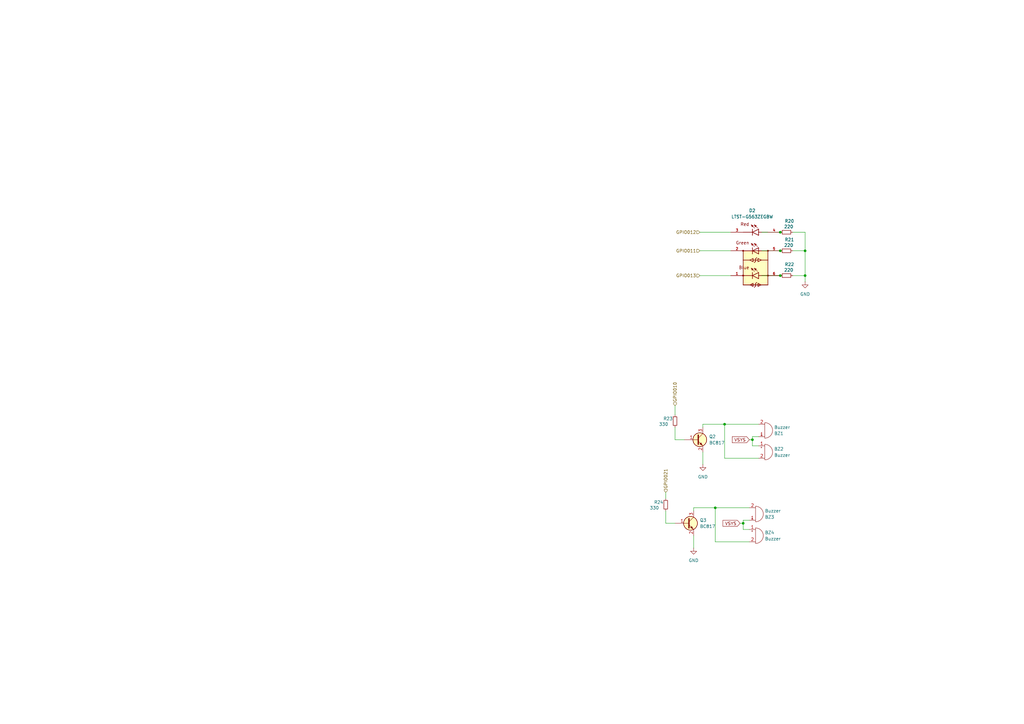
<source format=kicad_sch>
(kicad_sch
	(version 20231120)
	(generator "eeschema")
	(generator_version "8.0")
	(uuid "795c491d-1848-4c1a-836e-c55b51026d38")
	(paper "A3")
	(title_block
		(date "2025-02-01")
		(company "Alberto José Oliveira Pereira")
	)
	(lib_symbols
		(symbol "Device:Buzzer"
			(pin_names
				(offset 0.0254) hide)
			(exclude_from_sim no)
			(in_bom yes)
			(on_board yes)
			(property "Reference" "BZ"
				(at 3.81 1.27 0)
				(effects
					(font
						(size 1.27 1.27)
					)
					(justify left)
				)
			)
			(property "Value" "Buzzer"
				(at 3.81 -1.27 0)
				(effects
					(font
						(size 1.27 1.27)
					)
					(justify left)
				)
			)
			(property "Footprint" ""
				(at -0.635 2.54 90)
				(effects
					(font
						(size 1.27 1.27)
					)
					(hide yes)
				)
			)
			(property "Datasheet" "~"
				(at -0.635 2.54 90)
				(effects
					(font
						(size 1.27 1.27)
					)
					(hide yes)
				)
			)
			(property "Description" "Buzzer, polarized"
				(at 0 0 0)
				(effects
					(font
						(size 1.27 1.27)
					)
					(hide yes)
				)
			)
			(property "ki_keywords" "quartz resonator ceramic"
				(at 0 0 0)
				(effects
					(font
						(size 1.27 1.27)
					)
					(hide yes)
				)
			)
			(property "ki_fp_filters" "*Buzzer*"
				(at 0 0 0)
				(effects
					(font
						(size 1.27 1.27)
					)
					(hide yes)
				)
			)
			(symbol "Buzzer_0_1"
				(arc
					(start 0 -3.175)
					(mid 3.1612 0)
					(end 0 3.175)
					(stroke
						(width 0)
						(type default)
					)
					(fill
						(type none)
					)
				)
				(polyline
					(pts
						(xy -1.651 1.905) (xy -1.143 1.905)
					)
					(stroke
						(width 0)
						(type default)
					)
					(fill
						(type none)
					)
				)
				(polyline
					(pts
						(xy -1.397 2.159) (xy -1.397 1.651)
					)
					(stroke
						(width 0)
						(type default)
					)
					(fill
						(type none)
					)
				)
				(polyline
					(pts
						(xy 0 3.175) (xy 0 -3.175)
					)
					(stroke
						(width 0)
						(type default)
					)
					(fill
						(type none)
					)
				)
			)
			(symbol "Buzzer_1_1"
				(pin passive line
					(at -2.54 2.54 0)
					(length 2.54)
					(name "+"
						(effects
							(font
								(size 1.27 1.27)
							)
						)
					)
					(number "1"
						(effects
							(font
								(size 1.27 1.27)
							)
						)
					)
				)
				(pin passive line
					(at -2.54 -2.54 0)
					(length 2.54)
					(name "-"
						(effects
							(font
								(size 1.27 1.27)
							)
						)
					)
					(number "2"
						(effects
							(font
								(size 1.27 1.27)
							)
						)
					)
				)
			)
		)
		(symbol "Device:R_Small"
			(pin_numbers hide)
			(pin_names
				(offset 0.254) hide)
			(exclude_from_sim no)
			(in_bom yes)
			(on_board yes)
			(property "Reference" "R"
				(at 0.762 0.508 0)
				(effects
					(font
						(size 1.27 1.27)
					)
					(justify left)
				)
			)
			(property "Value" "R_Small"
				(at 0.762 -1.016 0)
				(effects
					(font
						(size 1.27 1.27)
					)
					(justify left)
				)
			)
			(property "Footprint" ""
				(at 0 0 0)
				(effects
					(font
						(size 1.27 1.27)
					)
					(hide yes)
				)
			)
			(property "Datasheet" "~"
				(at 0 0 0)
				(effects
					(font
						(size 1.27 1.27)
					)
					(hide yes)
				)
			)
			(property "Description" "Resistor, small symbol"
				(at 0 0 0)
				(effects
					(font
						(size 1.27 1.27)
					)
					(hide yes)
				)
			)
			(property "ki_keywords" "R resistor"
				(at 0 0 0)
				(effects
					(font
						(size 1.27 1.27)
					)
					(hide yes)
				)
			)
			(property "ki_fp_filters" "R_*"
				(at 0 0 0)
				(effects
					(font
						(size 1.27 1.27)
					)
					(hide yes)
				)
			)
			(symbol "R_Small_0_1"
				(rectangle
					(start -0.762 1.778)
					(end 0.762 -1.778)
					(stroke
						(width 0.2032)
						(type default)
					)
					(fill
						(type none)
					)
				)
			)
			(symbol "R_Small_1_1"
				(pin passive line
					(at 0 2.54 270)
					(length 0.762)
					(name "~"
						(effects
							(font
								(size 1.27 1.27)
							)
						)
					)
					(number "1"
						(effects
							(font
								(size 1.27 1.27)
							)
						)
					)
				)
				(pin passive line
					(at 0 -2.54 90)
					(length 0.762)
					(name "~"
						(effects
							(font
								(size 1.27 1.27)
							)
						)
					)
					(number "2"
						(effects
							(font
								(size 1.27 1.27)
							)
						)
					)
				)
			)
		)
		(symbol "LTST-G563ZEGBW:LTST-G563ZEGBW"
			(pin_names
				(offset 1.016)
			)
			(exclude_from_sim no)
			(in_bom yes)
			(on_board yes)
			(property "Reference" "D"
				(at -10.16 15.24 0)
				(effects
					(font
						(size 1.27 1.27)
					)
					(justify left bottom)
				)
			)
			(property "Value" "LTST-G563ZEGBW"
				(at -10.16 -13.97 0)
				(effects
					(font
						(size 1.27 1.27)
					)
					(justify left top)
				)
			)
			(property "Footprint" "LTST-G563ZEGBW:LED_LTST-G563ZEGBW"
				(at 0 0 0)
				(effects
					(font
						(size 1.27 1.27)
					)
					(justify bottom)
					(hide yes)
				)
			)
			(property "Datasheet" ""
				(at 0 0 0)
				(effects
					(font
						(size 1.27 1.27)
					)
					(hide yes)
				)
			)
			(property "Description" ""
				(at 0 0 0)
				(effects
					(font
						(size 1.27 1.27)
					)
					(hide yes)
				)
			)
			(property "MF" "Lite-On"
				(at 0 0 0)
				(effects
					(font
						(size 1.27 1.27)
					)
					(justify bottom)
					(hide yes)
				)
			)
			(property "MAXIMUM_PACKAGE_HEIGHT" "1.8 mm"
				(at 0 0 0)
				(effects
					(font
						(size 1.27 1.27)
					)
					(justify bottom)
					(hide yes)
				)
			)
			(property "Package" "PLCC-6 Lite-On"
				(at 0 0 0)
				(effects
					(font
						(size 1.27 1.27)
					)
					(justify bottom)
					(hide yes)
				)
			)
			(property "Price" "None"
				(at 0 0 0)
				(effects
					(font
						(size 1.27 1.27)
					)
					(justify bottom)
					(hide yes)
				)
			)
			(property "Check_prices" "https://www.snapeda.com/parts/LTST-G563ZEGBW/Lite-On/view-part/?ref=eda"
				(at 0 0 0)
				(effects
					(font
						(size 1.27 1.27)
					)
					(justify bottom)
					(hide yes)
				)
			)
			(property "STANDARD" "Manufacturer Recommendations"
				(at 0 0 0)
				(effects
					(font
						(size 1.27 1.27)
					)
					(justify bottom)
					(hide yes)
				)
			)
			(property "PARTREV" "D"
				(at 0 0 0)
				(effects
					(font
						(size 1.27 1.27)
					)
					(justify bottom)
					(hide yes)
				)
			)
			(property "SnapEDA_Link" "https://www.snapeda.com/parts/LTST-G563ZEGBW/Lite-On/view-part/?ref=snap"
				(at 0 0 0)
				(effects
					(font
						(size 1.27 1.27)
					)
					(justify bottom)
					(hide yes)
				)
			)
			(property "MP" "LTST-G563ZEGBW"
				(at 0 0 0)
				(effects
					(font
						(size 1.27 1.27)
					)
					(justify bottom)
					(hide yes)
				)
			)
			(property "Description_1" "\n                        \n                            LED; SMD; 5050, PLCC6; RGB; 5x5x1.6mm; 120°; 20mA; Lens: transparent\n                        \n"
				(at 0 0 0)
				(effects
					(font
						(size 1.27 1.27)
					)
					(justify bottom)
					(hide yes)
				)
			)
			(property "Availability" "In Stock"
				(at 0 0 0)
				(effects
					(font
						(size 1.27 1.27)
					)
					(justify bottom)
					(hide yes)
				)
			)
			(property "MANUFACTURER" "Lite-On"
				(at 0 0 0)
				(effects
					(font
						(size 1.27 1.27)
					)
					(justify bottom)
					(hide yes)
				)
			)
			(symbol "LTST-G563ZEGBW_0_0"
				(rectangle
					(start -5.08 -11.43)
					(end 5.08 2.54)
					(stroke
						(width 0.254)
						(type default)
					)
					(fill
						(type background)
					)
				)
				(circle
					(center -5.08 -7.62)
					(radius 0.254)
					(stroke
						(width 0.254)
						(type default)
					)
					(fill
						(type none)
					)
				)
				(circle
					(center -5.08 2.54)
					(radius 0.254)
					(stroke
						(width 0.254)
						(type default)
					)
					(fill
						(type none)
					)
				)
				(polyline
					(pts
						(xy -2.286 -11.43) (xy -5.08 -11.43)
					)
					(stroke
						(width 0.254)
						(type default)
					)
					(fill
						(type none)
					)
				)
				(polyline
					(pts
						(xy -2.286 -11.43) (xy -1.016 -10.795)
					)
					(stroke
						(width 0.254)
						(type default)
					)
					(fill
						(type none)
					)
				)
				(polyline
					(pts
						(xy -2.286 -1.27) (xy -5.08 -1.27)
					)
					(stroke
						(width 0.254)
						(type default)
					)
					(fill
						(type none)
					)
				)
				(polyline
					(pts
						(xy -2.286 -1.27) (xy -1.016 -0.635)
					)
					(stroke
						(width 0.254)
						(type default)
					)
					(fill
						(type none)
					)
				)
				(polyline
					(pts
						(xy -1.27 -7.62) (xy -5.08 -7.62)
					)
					(stroke
						(width 0.254)
						(type default)
					)
					(fill
						(type none)
					)
				)
				(polyline
					(pts
						(xy -1.27 -7.62) (xy -1.27 -8.89)
					)
					(stroke
						(width 0.254)
						(type default)
					)
					(fill
						(type none)
					)
				)
				(polyline
					(pts
						(xy -1.27 -6.35) (xy -1.27 -7.62)
					)
					(stroke
						(width 0.254)
						(type default)
					)
					(fill
						(type none)
					)
				)
				(polyline
					(pts
						(xy -1.27 -6.35) (xy 1.27 -7.62)
					)
					(stroke
						(width 0.254)
						(type default)
					)
					(fill
						(type none)
					)
				)
				(polyline
					(pts
						(xy -1.27 2.54) (xy -5.08 2.54)
					)
					(stroke
						(width 0.254)
						(type default)
					)
					(fill
						(type none)
					)
				)
				(polyline
					(pts
						(xy -1.27 2.54) (xy -1.27 1.27)
					)
					(stroke
						(width 0.254)
						(type default)
					)
					(fill
						(type none)
					)
				)
				(polyline
					(pts
						(xy -1.27 3.81) (xy -1.27 2.54)
					)
					(stroke
						(width 0.254)
						(type default)
					)
					(fill
						(type none)
					)
				)
				(polyline
					(pts
						(xy -1.27 3.81) (xy 1.27 2.54)
					)
					(stroke
						(width 0.254)
						(type default)
					)
					(fill
						(type none)
					)
				)
				(polyline
					(pts
						(xy -1.27 10.16) (xy -5.08 10.16)
					)
					(stroke
						(width 0.254)
						(type default)
					)
					(fill
						(type none)
					)
				)
				(polyline
					(pts
						(xy -1.27 10.16) (xy -1.27 8.89)
					)
					(stroke
						(width 0.254)
						(type default)
					)
					(fill
						(type none)
					)
				)
				(polyline
					(pts
						(xy -1.27 11.43) (xy -1.27 10.16)
					)
					(stroke
						(width 0.254)
						(type default)
					)
					(fill
						(type none)
					)
				)
				(polyline
					(pts
						(xy -1.27 11.43) (xy 1.27 10.16)
					)
					(stroke
						(width 0.254)
						(type default)
					)
					(fill
						(type none)
					)
				)
				(polyline
					(pts
						(xy -1.016 -12.065) (xy -2.286 -11.43)
					)
					(stroke
						(width 0.254)
						(type default)
					)
					(fill
						(type none)
					)
				)
				(polyline
					(pts
						(xy -1.016 -11.43) (xy -1.016 -12.065)
					)
					(stroke
						(width 0.254)
						(type default)
					)
					(fill
						(type none)
					)
				)
				(polyline
					(pts
						(xy -1.016 -11.43) (xy 1.016 -11.43)
					)
					(stroke
						(width 0.254)
						(type default)
					)
					(fill
						(type none)
					)
				)
				(polyline
					(pts
						(xy -1.016 -10.795) (xy -1.016 -11.43)
					)
					(stroke
						(width 0.254)
						(type default)
					)
					(fill
						(type none)
					)
				)
				(polyline
					(pts
						(xy -1.016 -1.905) (xy -2.286 -1.27)
					)
					(stroke
						(width 0.254)
						(type default)
					)
					(fill
						(type none)
					)
				)
				(polyline
					(pts
						(xy -1.016 -1.27) (xy -1.016 -1.905)
					)
					(stroke
						(width 0.254)
						(type default)
					)
					(fill
						(type none)
					)
				)
				(polyline
					(pts
						(xy -1.016 -1.27) (xy 1.016 -1.27)
					)
					(stroke
						(width 0.254)
						(type default)
					)
					(fill
						(type none)
					)
				)
				(polyline
					(pts
						(xy -1.016 -0.635) (xy -1.016 -1.27)
					)
					(stroke
						(width 0.254)
						(type default)
					)
					(fill
						(type none)
					)
				)
				(polyline
					(pts
						(xy -0.889 -5.969) (xy 0.508 -4.572)
					)
					(stroke
						(width 0.1524)
						(type default)
					)
					(fill
						(type none)
					)
				)
				(polyline
					(pts
						(xy -0.889 4.191) (xy 0.508 5.588)
					)
					(stroke
						(width 0.1524)
						(type default)
					)
					(fill
						(type none)
					)
				)
				(polyline
					(pts
						(xy -0.889 11.811) (xy 0.508 13.208)
					)
					(stroke
						(width 0.1524)
						(type default)
					)
					(fill
						(type none)
					)
				)
				(polyline
					(pts
						(xy -0.508 -10.414) (xy 0 -10.922)
					)
					(stroke
						(width 0.254)
						(type default)
					)
					(fill
						(type none)
					)
				)
				(polyline
					(pts
						(xy -0.508 -0.254) (xy 0 -0.762)
					)
					(stroke
						(width 0.254)
						(type default)
					)
					(fill
						(type none)
					)
				)
				(polyline
					(pts
						(xy 0 -11.938) (xy 0.508 -12.446)
					)
					(stroke
						(width 0.254)
						(type default)
					)
					(fill
						(type none)
					)
				)
				(polyline
					(pts
						(xy 0 -10.922) (xy 0 -11.938)
					)
					(stroke
						(width 0.254)
						(type default)
					)
					(fill
						(type none)
					)
				)
				(polyline
					(pts
						(xy 0 -1.778) (xy 0.508 -2.286)
					)
					(stroke
						(width 0.254)
						(type default)
					)
					(fill
						(type none)
					)
				)
				(polyline
					(pts
						(xy 0 -0.762) (xy 0 -1.778)
					)
					(stroke
						(width 0.254)
						(type default)
					)
					(fill
						(type none)
					)
				)
				(polyline
					(pts
						(xy 0.381 -5.969) (xy 1.778 -4.572)
					)
					(stroke
						(width 0.1524)
						(type default)
					)
					(fill
						(type none)
					)
				)
				(polyline
					(pts
						(xy 0.381 4.191) (xy 1.778 5.588)
					)
					(stroke
						(width 0.1524)
						(type default)
					)
					(fill
						(type none)
					)
				)
				(polyline
					(pts
						(xy 0.381 11.811) (xy 1.778 13.208)
					)
					(stroke
						(width 0.1524)
						(type default)
					)
					(fill
						(type none)
					)
				)
				(polyline
					(pts
						(xy 1.016 -12.065) (xy 2.286 -11.43)
					)
					(stroke
						(width 0.254)
						(type default)
					)
					(fill
						(type none)
					)
				)
				(polyline
					(pts
						(xy 1.016 -11.43) (xy 1.016 -12.065)
					)
					(stroke
						(width 0.254)
						(type default)
					)
					(fill
						(type none)
					)
				)
				(polyline
					(pts
						(xy 1.016 -10.795) (xy 1.016 -11.43)
					)
					(stroke
						(width 0.254)
						(type default)
					)
					(fill
						(type none)
					)
				)
				(polyline
					(pts
						(xy 1.016 -1.905) (xy 2.286 -1.27)
					)
					(stroke
						(width 0.254)
						(type default)
					)
					(fill
						(type none)
					)
				)
				(polyline
					(pts
						(xy 1.016 -1.27) (xy 1.016 -1.905)
					)
					(stroke
						(width 0.254)
						(type default)
					)
					(fill
						(type none)
					)
				)
				(polyline
					(pts
						(xy 1.016 -0.635) (xy 1.016 -1.27)
					)
					(stroke
						(width 0.254)
						(type default)
					)
					(fill
						(type none)
					)
				)
				(polyline
					(pts
						(xy 1.27 -7.62) (xy -1.27 -8.89)
					)
					(stroke
						(width 0.254)
						(type default)
					)
					(fill
						(type none)
					)
				)
				(polyline
					(pts
						(xy 1.27 -7.62) (xy 1.27 -8.89)
					)
					(stroke
						(width 0.254)
						(type default)
					)
					(fill
						(type none)
					)
				)
				(polyline
					(pts
						(xy 1.27 -6.35) (xy 1.27 -7.62)
					)
					(stroke
						(width 0.254)
						(type default)
					)
					(fill
						(type none)
					)
				)
				(polyline
					(pts
						(xy 1.27 2.54) (xy -1.27 1.27)
					)
					(stroke
						(width 0.254)
						(type default)
					)
					(fill
						(type none)
					)
				)
				(polyline
					(pts
						(xy 1.27 2.54) (xy 1.27 1.27)
					)
					(stroke
						(width 0.254)
						(type default)
					)
					(fill
						(type none)
					)
				)
				(polyline
					(pts
						(xy 1.27 3.81) (xy 1.27 2.54)
					)
					(stroke
						(width 0.254)
						(type default)
					)
					(fill
						(type none)
					)
				)
				(polyline
					(pts
						(xy 1.27 10.16) (xy -1.27 8.89)
					)
					(stroke
						(width 0.254)
						(type default)
					)
					(fill
						(type none)
					)
				)
				(polyline
					(pts
						(xy 1.27 10.16) (xy 1.27 8.89)
					)
					(stroke
						(width 0.254)
						(type default)
					)
					(fill
						(type none)
					)
				)
				(polyline
					(pts
						(xy 1.27 11.43) (xy 1.27 10.16)
					)
					(stroke
						(width 0.254)
						(type default)
					)
					(fill
						(type none)
					)
				)
				(polyline
					(pts
						(xy 2.286 -11.43) (xy 1.016 -10.795)
					)
					(stroke
						(width 0.254)
						(type default)
					)
					(fill
						(type none)
					)
				)
				(polyline
					(pts
						(xy 2.286 -11.43) (xy 5.08 -11.43)
					)
					(stroke
						(width 0.254)
						(type default)
					)
					(fill
						(type none)
					)
				)
				(polyline
					(pts
						(xy 2.286 -1.27) (xy 1.016 -0.635)
					)
					(stroke
						(width 0.254)
						(type default)
					)
					(fill
						(type none)
					)
				)
				(polyline
					(pts
						(xy 2.286 -1.27) (xy 5.08 -1.27)
					)
					(stroke
						(width 0.254)
						(type default)
					)
					(fill
						(type none)
					)
				)
				(polyline
					(pts
						(xy 5.08 -7.62) (xy 1.27 -7.62)
					)
					(stroke
						(width 0.254)
						(type default)
					)
					(fill
						(type none)
					)
				)
				(polyline
					(pts
						(xy 5.08 2.54) (xy 1.27 2.54)
					)
					(stroke
						(width 0.254)
						(type default)
					)
					(fill
						(type none)
					)
				)
				(polyline
					(pts
						(xy 5.08 10.16) (xy 1.27 10.16)
					)
					(stroke
						(width 0.254)
						(type default)
					)
					(fill
						(type none)
					)
				)
				(polyline
					(pts
						(xy 0.508 -4.572) (xy 0.127 -5.461) (xy -0.381 -4.953) (xy 0.508 -4.572)
					)
					(stroke
						(width 0.1524)
						(type default)
					)
					(fill
						(type outline)
					)
				)
				(polyline
					(pts
						(xy 0.508 5.588) (xy 0.127 4.699) (xy -0.381 5.207) (xy 0.508 5.588)
					)
					(stroke
						(width 0.1524)
						(type default)
					)
					(fill
						(type outline)
					)
				)
				(polyline
					(pts
						(xy 0.508 13.208) (xy 0.127 12.319) (xy -0.381 12.827) (xy 0.508 13.208)
					)
					(stroke
						(width 0.1524)
						(type default)
					)
					(fill
						(type outline)
					)
				)
				(polyline
					(pts
						(xy 1.778 -4.572) (xy 1.397 -5.461) (xy 0.889 -4.953) (xy 1.778 -4.572)
					)
					(stroke
						(width 0.1524)
						(type default)
					)
					(fill
						(type outline)
					)
				)
				(polyline
					(pts
						(xy 1.778 5.588) (xy 1.397 4.699) (xy 0.889 5.207) (xy 1.778 5.588)
					)
					(stroke
						(width 0.1524)
						(type default)
					)
					(fill
						(type outline)
					)
				)
				(polyline
					(pts
						(xy 1.778 13.208) (xy 1.397 12.319) (xy 0.889 12.827) (xy 1.778 13.208)
					)
					(stroke
						(width 0.1524)
						(type default)
					)
					(fill
						(type outline)
					)
				)
				(circle
					(center 5.08 -7.62)
					(radius 0.254)
					(stroke
						(width 0.254)
						(type default)
					)
					(fill
						(type none)
					)
				)
				(circle
					(center 5.08 2.54)
					(radius 0.254)
					(stroke
						(width 0.254)
						(type default)
					)
					(fill
						(type none)
					)
				)
				(text "Blue"
					(at 2.54 -5.08 0)
					(effects
						(font
							(size 1.27 1.27)
						)
						(justify left bottom)
					)
				)
				(text "Green"
					(at 2.54 5.08 0)
					(effects
						(font
							(size 1.27 1.27)
						)
						(justify left bottom)
					)
				)
				(text "Red"
					(at 2.54 12.7 0)
					(effects
						(font
							(size 1.27 1.27)
						)
						(justify left bottom)
					)
				)
				(pin passive line
					(at 10.16 -7.62 180)
					(length 5.08)
					(name "~"
						(effects
							(font
								(size 1.016 1.016)
							)
						)
					)
					(number "1"
						(effects
							(font
								(size 1.016 1.016)
							)
						)
					)
				)
				(pin passive line
					(at 10.16 2.54 180)
					(length 5.08)
					(name "~"
						(effects
							(font
								(size 1.016 1.016)
							)
						)
					)
					(number "2"
						(effects
							(font
								(size 1.016 1.016)
							)
						)
					)
				)
				(pin passive line
					(at 10.16 10.16 180)
					(length 5.08)
					(name "~"
						(effects
							(font
								(size 1.016 1.016)
							)
						)
					)
					(number "3"
						(effects
							(font
								(size 1.016 1.016)
							)
						)
					)
				)
				(pin passive line
					(at -10.16 10.16 0)
					(length 5.08)
					(name "~"
						(effects
							(font
								(size 1.016 1.016)
							)
						)
					)
					(number "4"
						(effects
							(font
								(size 1.016 1.016)
							)
						)
					)
				)
				(pin passive line
					(at -10.16 2.54 0)
					(length 5.08)
					(name "~"
						(effects
							(font
								(size 1.016 1.016)
							)
						)
					)
					(number "5"
						(effects
							(font
								(size 1.016 1.016)
							)
						)
					)
				)
				(pin passive line
					(at -10.16 -7.62 0)
					(length 5.08)
					(name "~"
						(effects
							(font
								(size 1.016 1.016)
							)
						)
					)
					(number "6"
						(effects
							(font
								(size 1.016 1.016)
							)
						)
					)
				)
			)
		)
		(symbol "PCM_Transistor_BJT_AKL:BC817"
			(pin_names hide)
			(exclude_from_sim no)
			(in_bom yes)
			(on_board yes)
			(property "Reference" "Q"
				(at 5.08 1.27 0)
				(effects
					(font
						(size 1.27 1.27)
					)
					(justify left)
				)
			)
			(property "Value" "BC817"
				(at 5.08 -1.27 0)
				(effects
					(font
						(size 1.27 1.27)
					)
					(justify left)
				)
			)
			(property "Footprint" "PCM_Package_TO_SOT_SMD_AKL:SOT-23"
				(at 5.08 2.54 0)
				(effects
					(font
						(size 1.27 1.27)
					)
					(hide yes)
				)
			)
			(property "Datasheet" "https://www.tme.eu/Document/7b5ea7386544f524d0315334956093bb/BC817-16.215.pdf"
				(at 0 0 0)
				(effects
					(font
						(size 1.27 1.27)
					)
					(hide yes)
				)
			)
			(property "Description" "NPN SOT-23 transistor, 45V, 500mA, 250mW, Complementary to BC807, Alternate KiCAD Library"
				(at 0 0 0)
				(effects
					(font
						(size 1.27 1.27)
					)
					(hide yes)
				)
			)
			(property "ki_keywords" "transistor NPN BC817"
				(at 0 0 0)
				(effects
					(font
						(size 1.27 1.27)
					)
					(hide yes)
				)
			)
			(symbol "BC817_0_1"
				(polyline
					(pts
						(xy 0.635 0.635) (xy 2.54 2.54)
					)
					(stroke
						(width 0)
						(type default)
					)
					(fill
						(type none)
					)
				)
				(polyline
					(pts
						(xy 0.635 -0.635) (xy 2.54 -2.54) (xy 2.54 -2.54)
					)
					(stroke
						(width 0)
						(type default)
					)
					(fill
						(type none)
					)
				)
				(polyline
					(pts
						(xy 0.635 1.905) (xy 0.635 -1.905) (xy 0.635 -1.905)
					)
					(stroke
						(width 0.508)
						(type default)
					)
					(fill
						(type none)
					)
				)
				(polyline
					(pts
						(xy 1.27 -1.778) (xy 1.778 -1.27) (xy 2.286 -2.286) (xy 1.27 -1.778) (xy 1.27 -1.778)
					)
					(stroke
						(width 0)
						(type default)
					)
					(fill
						(type outline)
					)
				)
				(circle
					(center 1.27 0)
					(radius 2.8194)
					(stroke
						(width 0.254)
						(type default)
					)
					(fill
						(type background)
					)
				)
			)
			(symbol "BC817_1_1"
				(pin input line
					(at -5.08 0 0)
					(length 5.715)
					(name "B"
						(effects
							(font
								(size 1.27 1.27)
							)
						)
					)
					(number "1"
						(effects
							(font
								(size 1.27 1.27)
							)
						)
					)
				)
				(pin passive line
					(at 2.54 -5.08 90)
					(length 2.54)
					(name "E"
						(effects
							(font
								(size 1.27 1.27)
							)
						)
					)
					(number "2"
						(effects
							(font
								(size 1.27 1.27)
							)
						)
					)
				)
				(pin passive line
					(at 2.54 5.08 270)
					(length 2.54)
					(name "C"
						(effects
							(font
								(size 1.27 1.27)
							)
						)
					)
					(number "3"
						(effects
							(font
								(size 1.27 1.27)
							)
						)
					)
				)
			)
		)
		(symbol "power:GND"
			(power)
			(pin_numbers hide)
			(pin_names
				(offset 0) hide)
			(exclude_from_sim no)
			(in_bom yes)
			(on_board yes)
			(property "Reference" "#PWR"
				(at 0 -6.35 0)
				(effects
					(font
						(size 1.27 1.27)
					)
					(hide yes)
				)
			)
			(property "Value" "GND"
				(at 0 -3.81 0)
				(effects
					(font
						(size 1.27 1.27)
					)
				)
			)
			(property "Footprint" ""
				(at 0 0 0)
				(effects
					(font
						(size 1.27 1.27)
					)
					(hide yes)
				)
			)
			(property "Datasheet" ""
				(at 0 0 0)
				(effects
					(font
						(size 1.27 1.27)
					)
					(hide yes)
				)
			)
			(property "Description" "Power symbol creates a global label with name \"GND\" , ground"
				(at 0 0 0)
				(effects
					(font
						(size 1.27 1.27)
					)
					(hide yes)
				)
			)
			(property "ki_keywords" "global power"
				(at 0 0 0)
				(effects
					(font
						(size 1.27 1.27)
					)
					(hide yes)
				)
			)
			(symbol "GND_0_1"
				(polyline
					(pts
						(xy 0 0) (xy 0 -1.27) (xy 1.27 -1.27) (xy 0 -2.54) (xy -1.27 -1.27) (xy 0 -1.27)
					)
					(stroke
						(width 0)
						(type default)
					)
					(fill
						(type none)
					)
				)
			)
			(symbol "GND_1_1"
				(pin power_in line
					(at 0 0 270)
					(length 0)
					(name "~"
						(effects
							(font
								(size 1.27 1.27)
							)
						)
					)
					(number "1"
						(effects
							(font
								(size 1.27 1.27)
							)
						)
					)
				)
			)
		)
	)
	(junction
		(at 320.04 113.03)
		(diameter 0)
		(color 0 0 0 0)
		(uuid "21e87f52-371c-4f71-a066-08de4145cb2d")
	)
	(junction
		(at 308.61 180.34)
		(diameter 0)
		(color 0 0 0 0)
		(uuid "2f9f8b63-17b6-4792-8f16-095de2239cc7")
	)
	(junction
		(at 320.04 102.87)
		(diameter 0)
		(color 0 0 0 0)
		(uuid "34628fa1-9685-4492-a4fb-552cd0120735")
	)
	(junction
		(at 320.04 95.25)
		(diameter 0)
		(color 0 0 0 0)
		(uuid "55cef7b0-9901-4bea-a8e5-04cbd3e3273b")
	)
	(junction
		(at 297.18 173.99)
		(diameter 0)
		(color 0 0 0 0)
		(uuid "5f9e0536-510a-4b91-8854-5b701f7ba01d")
	)
	(junction
		(at 330.2 113.03)
		(diameter 0)
		(color 0 0 0 0)
		(uuid "6ec32bd0-79fe-484c-9e30-526d4e2c895e")
	)
	(junction
		(at 304.8 214.63)
		(diameter 0)
		(color 0 0 0 0)
		(uuid "9731ffa9-4bcf-43cb-9e80-5facf06eb007")
	)
	(junction
		(at 330.2 102.87)
		(diameter 0)
		(color 0 0 0 0)
		(uuid "a95e9f53-99e3-48da-9fe3-2c1cf54e7c8e")
	)
	(junction
		(at 293.37 208.28)
		(diameter 0)
		(color 0 0 0 0)
		(uuid "e8a83d4c-9110-4429-88e7-d9131eaac6ef")
	)
	(wire
		(pts
			(xy 308.61 182.88) (xy 311.15 182.88)
		)
		(stroke
			(width 0)
			(type default)
		)
		(uuid "0195c10a-bb9d-4d67-81fb-82aaf9786bb7")
	)
	(wire
		(pts
			(xy 304.8 217.17) (xy 307.34 217.17)
		)
		(stroke
			(width 0)
			(type default)
		)
		(uuid "0a1092ab-91fd-4dcb-ba76-e6254c26be45")
	)
	(wire
		(pts
			(xy 284.48 208.28) (xy 293.37 208.28)
		)
		(stroke
			(width 0)
			(type default)
		)
		(uuid "0a20e6a7-47d1-4262-a15a-169ecd600dea")
	)
	(wire
		(pts
			(xy 308.61 179.07) (xy 308.61 180.34)
		)
		(stroke
			(width 0)
			(type default)
		)
		(uuid "1ab22dea-6591-4aa7-bfcf-de0c750ef8d8")
	)
	(wire
		(pts
			(xy 284.48 209.55) (xy 284.48 208.28)
		)
		(stroke
			(width 0)
			(type default)
		)
		(uuid "1c59c9e2-49d6-4bda-8155-3b6d10e8752d")
	)
	(wire
		(pts
			(xy 320.04 102.87) (xy 312.42 102.87)
		)
		(stroke
			(width 0)
			(type default)
		)
		(uuid "20e22f1d-ba4d-440d-8a36-7a87ba967a59")
	)
	(wire
		(pts
			(xy 320.04 113.03) (xy 312.42 113.03)
		)
		(stroke
			(width 0)
			(type default)
		)
		(uuid "21387253-5f45-45a8-bfaf-cddaed4f41fe")
	)
	(wire
		(pts
			(xy 330.2 95.25) (xy 330.2 102.87)
		)
		(stroke
			(width 0)
			(type default)
		)
		(uuid "2305f319-aa34-486d-ae09-e8d17713e0ab")
	)
	(wire
		(pts
			(xy 320.04 95.25) (xy 312.42 95.25)
		)
		(stroke
			(width 0)
			(type default)
		)
		(uuid "26504d76-69db-44e8-b180-d74085d01766")
	)
	(wire
		(pts
			(xy 304.8 213.36) (xy 307.34 213.36)
		)
		(stroke
			(width 0)
			(type default)
		)
		(uuid "2b7da3be-d1c4-4f77-ad3a-3e74639665ef")
	)
	(wire
		(pts
			(xy 297.18 173.99) (xy 297.18 187.96)
		)
		(stroke
			(width 0)
			(type default)
		)
		(uuid "3a8fc622-5b5a-4bd6-bce3-6fcbe9cf459e")
	)
	(wire
		(pts
			(xy 304.8 214.63) (xy 304.8 217.17)
		)
		(stroke
			(width 0)
			(type default)
		)
		(uuid "3c149797-36eb-4843-88e1-1c28df49559c")
	)
	(wire
		(pts
			(xy 284.48 219.71) (xy 284.48 224.79)
		)
		(stroke
			(width 0)
			(type default)
		)
		(uuid "47a0cf6e-ab91-4fd9-83e6-7ebd33a5f970")
	)
	(wire
		(pts
			(xy 330.2 113.03) (xy 325.12 113.03)
		)
		(stroke
			(width 0)
			(type default)
		)
		(uuid "495f4715-aa1e-4139-b8a8-f55d5fa864ee")
	)
	(wire
		(pts
			(xy 273.05 201.93) (xy 273.05 204.47)
		)
		(stroke
			(width 0)
			(type default)
		)
		(uuid "49f7abd8-9c18-44bd-805d-4809645774e1")
	)
	(wire
		(pts
			(xy 299.72 95.25) (xy 287.02 95.25)
		)
		(stroke
			(width 0)
			(type default)
		)
		(uuid "4e4ea4ff-fb2e-46eb-b057-94f218262aea")
	)
	(wire
		(pts
			(xy 293.37 208.28) (xy 293.37 222.25)
		)
		(stroke
			(width 0)
			(type default)
		)
		(uuid "4f5cbdc2-c3a7-4475-be54-d0b7b554eea1")
	)
	(wire
		(pts
			(xy 304.8 213.36) (xy 304.8 214.63)
		)
		(stroke
			(width 0)
			(type default)
		)
		(uuid "61ad11ae-5089-4f80-81da-449b81163723")
	)
	(wire
		(pts
			(xy 276.86 180.34) (xy 280.67 180.34)
		)
		(stroke
			(width 0)
			(type default)
		)
		(uuid "706648ad-bd6f-4887-82a2-bda120dad8a4")
	)
	(wire
		(pts
			(xy 288.29 173.99) (xy 297.18 173.99)
		)
		(stroke
			(width 0)
			(type default)
		)
		(uuid "74b8bd2c-3135-470d-a6d0-cb175344da69")
	)
	(wire
		(pts
			(xy 288.29 185.42) (xy 288.29 190.5)
		)
		(stroke
			(width 0)
			(type default)
		)
		(uuid "8f2e5b4e-d53a-4f79-99d8-8d4a5b627b97")
	)
	(wire
		(pts
			(xy 330.2 113.03) (xy 330.2 115.57)
		)
		(stroke
			(width 0)
			(type default)
		)
		(uuid "9d1fcfaa-823f-413c-858a-c8d988de5775")
	)
	(wire
		(pts
			(xy 308.61 180.34) (xy 308.61 182.88)
		)
		(stroke
			(width 0)
			(type default)
		)
		(uuid "a309b6cf-8ebb-41e3-98f2-981939f72cec")
	)
	(wire
		(pts
			(xy 273.05 209.55) (xy 273.05 214.63)
		)
		(stroke
			(width 0)
			(type default)
		)
		(uuid "a70f8697-8f01-4480-aea1-af08bb2de419")
	)
	(wire
		(pts
			(xy 330.2 102.87) (xy 325.12 102.87)
		)
		(stroke
			(width 0)
			(type default)
		)
		(uuid "aa086a96-c6b6-47fe-afd6-2bea428a6000")
	)
	(wire
		(pts
			(xy 288.29 175.26) (xy 288.29 173.99)
		)
		(stroke
			(width 0)
			(type default)
		)
		(uuid "b1ec477d-d189-4037-be62-45043fb5c104")
	)
	(wire
		(pts
			(xy 276.86 175.26) (xy 276.86 180.34)
		)
		(stroke
			(width 0)
			(type default)
		)
		(uuid "b2fdd15b-d33f-406b-b54b-f3d3e4365233")
	)
	(wire
		(pts
			(xy 307.34 180.34) (xy 308.61 180.34)
		)
		(stroke
			(width 0)
			(type default)
		)
		(uuid "b629d532-6fd6-4cd2-a0b0-c83fda42adb5")
	)
	(wire
		(pts
			(xy 330.2 102.87) (xy 330.2 113.03)
		)
		(stroke
			(width 0)
			(type default)
		)
		(uuid "b9336bb1-b759-4aa4-9206-bd3efede926e")
	)
	(wire
		(pts
			(xy 293.37 222.25) (xy 307.34 222.25)
		)
		(stroke
			(width 0)
			(type default)
		)
		(uuid "cc58aea8-bfda-40e6-b7c2-4e4c526106b9")
	)
	(wire
		(pts
			(xy 325.12 95.25) (xy 330.2 95.25)
		)
		(stroke
			(width 0)
			(type default)
		)
		(uuid "d0d21119-5987-41c2-a552-6c13cbdd7ebf")
	)
	(wire
		(pts
			(xy 276.86 166.37) (xy 276.86 170.18)
		)
		(stroke
			(width 0)
			(type default)
		)
		(uuid "d3b4d3bc-35da-4c41-a658-17f1e0da1dd7")
	)
	(wire
		(pts
			(xy 297.18 187.96) (xy 311.15 187.96)
		)
		(stroke
			(width 0)
			(type default)
		)
		(uuid "d435b217-52c7-4b25-826f-08c04fc3d6a7")
	)
	(wire
		(pts
			(xy 308.61 179.07) (xy 311.15 179.07)
		)
		(stroke
			(width 0)
			(type default)
		)
		(uuid "e20e883a-43e0-4a23-93a1-ae20c4d4259a")
	)
	(wire
		(pts
			(xy 273.05 214.63) (xy 276.86 214.63)
		)
		(stroke
			(width 0)
			(type default)
		)
		(uuid "e55a6ddb-9a0b-4f3d-87f9-c6f54ebba518")
	)
	(wire
		(pts
			(xy 293.37 208.28) (xy 307.34 208.28)
		)
		(stroke
			(width 0)
			(type default)
		)
		(uuid "e9c0de53-f7cf-4dad-83e4-bcb393d94523")
	)
	(wire
		(pts
			(xy 287.02 113.03) (xy 299.72 113.03)
		)
		(stroke
			(width 0)
			(type default)
		)
		(uuid "f37add85-de65-4a0e-b6fc-c61b61ddb458")
	)
	(wire
		(pts
			(xy 303.53 214.63) (xy 304.8 214.63)
		)
		(stroke
			(width 0)
			(type default)
		)
		(uuid "f596cbac-e211-42e0-9895-04587b23c180")
	)
	(wire
		(pts
			(xy 297.18 173.99) (xy 311.15 173.99)
		)
		(stroke
			(width 0)
			(type default)
		)
		(uuid "f62b75e2-6c57-49e1-9b55-63bd60779664")
	)
	(wire
		(pts
			(xy 287.02 102.87) (xy 299.72 102.87)
		)
		(stroke
			(width 0)
			(type default)
		)
		(uuid "fd2c72be-e36e-439e-9264-51b1bcef1e16")
	)
	(global_label "VSYS"
		(shape input)
		(at 307.34 180.34 180)
		(fields_autoplaced yes)
		(effects
			(font
				(size 1.27 1.27)
			)
			(justify right)
		)
		(uuid "277cfd71-5a65-4e46-aac9-8693416b1e93")
		(property "Intersheetrefs" "${INTERSHEET_REFS}"
			(at 299.7586 180.34 0)
			(effects
				(font
					(size 1.27 1.27)
				)
				(justify right)
				(hide yes)
			)
		)
	)
	(global_label "VSYS"
		(shape input)
		(at 303.53 214.63 180)
		(fields_autoplaced yes)
		(effects
			(font
				(size 1.27 1.27)
			)
			(justify right)
		)
		(uuid "f5d4e741-93c5-4495-87ff-2d733daf3ad4")
		(property "Intersheetrefs" "${INTERSHEET_REFS}"
			(at 295.9486 214.63 0)
			(effects
				(font
					(size 1.27 1.27)
				)
				(justify right)
				(hide yes)
			)
		)
	)
	(hierarchical_label "GPIO012"
		(shape input)
		(at 287.02 95.25 180)
		(effects
			(font
				(size 1.27 1.27)
			)
			(justify right)
		)
		(uuid "16d46c33-1696-4850-9047-a140d2689e8b")
	)
	(hierarchical_label "GPIO011"
		(shape input)
		(at 287.02 102.87 180)
		(effects
			(font
				(size 1.27 1.27)
			)
			(justify right)
		)
		(uuid "64107d60-5236-4266-9808-d2e786035474")
	)
	(hierarchical_label "GPIO013"
		(shape input)
		(at 287.02 113.03 180)
		(effects
			(font
				(size 1.27 1.27)
			)
			(justify right)
		)
		(uuid "8670203c-2737-4f20-84a8-223b33363870")
	)
	(hierarchical_label "GPIO021"
		(shape input)
		(at 273.05 201.93 90)
		(effects
			(font
				(size 1.27 1.27)
			)
			(justify left)
		)
		(uuid "a468d51e-6214-4cf5-9638-851e6f731264")
	)
	(hierarchical_label "GPIO010"
		(shape input)
		(at 276.86 166.37 90)
		(effects
			(font
				(size 1.27 1.27)
			)
			(justify left)
		)
		(uuid "e32af731-4381-43ac-bd0b-2849b0ae9309")
	)
	(symbol
		(lib_id "Device:Buzzer")
		(at 309.88 210.82 0)
		(mirror x)
		(unit 1)
		(exclude_from_sim no)
		(in_bom yes)
		(on_board yes)
		(dnp no)
		(uuid "255cdda4-b13e-454b-9aad-2391bc2f27bb")
		(property "Reference" "BZ3"
			(at 313.69 212.0901 0)
			(effects
				(font
					(size 1.27 1.27)
				)
				(justify left)
			)
		)
		(property "Value" "Buzzer"
			(at 313.69 209.5501 0)
			(effects
				(font
					(size 1.27 1.27)
				)
				(justify left)
			)
		)
		(property "Footprint" ""
			(at 309.245 213.36 90)
			(effects
				(font
					(size 1.27 1.27)
				)
				(hide yes)
			)
		)
		(property "Datasheet" "~"
			(at 309.245 213.36 90)
			(effects
				(font
					(size 1.27 1.27)
				)
				(hide yes)
			)
		)
		(property "Description" "Buzzer, polarized"
			(at 309.88 210.82 0)
			(effects
				(font
					(size 1.27 1.27)
				)
				(hide yes)
			)
		)
		(pin "1"
			(uuid "65fad90b-6d66-42ff-ab91-2f5634623d1d")
		)
		(pin "2"
			(uuid "d4f3f832-5613-415b-909e-749cc7e97310")
		)
		(instances
			(project "Dosimetro"
				(path "/5901c4ba-ed26-45ec-91e8-ca871c890e75/0af9fe8e-a251-46dc-9c88-582d4e5f6406"
					(reference "BZ3")
					(unit 1)
				)
			)
		)
	)
	(symbol
		(lib_id "power:GND")
		(at 330.2 115.57 0)
		(mirror y)
		(unit 1)
		(exclude_from_sim no)
		(in_bom yes)
		(on_board yes)
		(dnp no)
		(fields_autoplaced yes)
		(uuid "267b84b8-df37-4776-b9dd-3fde0b20a54b")
		(property "Reference" "#PWR042"
			(at 330.2 121.92 0)
			(effects
				(font
					(size 1.27 1.27)
				)
				(hide yes)
			)
		)
		(property "Value" "GND"
			(at 330.2 120.65 0)
			(effects
				(font
					(size 1.27 1.27)
				)
			)
		)
		(property "Footprint" ""
			(at 330.2 115.57 0)
			(effects
				(font
					(size 1.27 1.27)
				)
				(hide yes)
			)
		)
		(property "Datasheet" ""
			(at 330.2 115.57 0)
			(effects
				(font
					(size 1.27 1.27)
				)
				(hide yes)
			)
		)
		(property "Description" "Power symbol creates a global label with name \"GND\" , ground"
			(at 330.2 115.57 0)
			(effects
				(font
					(size 1.27 1.27)
				)
				(hide yes)
			)
		)
		(pin "1"
			(uuid "bf861531-cbdb-4217-82f8-eeb8c7c64484")
		)
		(instances
			(project "Dosimetro"
				(path "/5901c4ba-ed26-45ec-91e8-ca871c890e75/0af9fe8e-a251-46dc-9c88-582d4e5f6406"
					(reference "#PWR042")
					(unit 1)
				)
			)
		)
	)
	(symbol
		(lib_id "power:GND")
		(at 288.29 190.5 0)
		(unit 1)
		(exclude_from_sim no)
		(in_bom yes)
		(on_board yes)
		(dnp no)
		(fields_autoplaced yes)
		(uuid "3d76a87a-6da6-47b9-8b40-534f548b37f8")
		(property "Reference" "#PWR043"
			(at 288.29 196.85 0)
			(effects
				(font
					(size 1.27 1.27)
				)
				(hide yes)
			)
		)
		(property "Value" "GND"
			(at 288.29 195.58 0)
			(effects
				(font
					(size 1.27 1.27)
				)
			)
		)
		(property "Footprint" ""
			(at 288.29 190.5 0)
			(effects
				(font
					(size 1.27 1.27)
				)
				(hide yes)
			)
		)
		(property "Datasheet" ""
			(at 288.29 190.5 0)
			(effects
				(font
					(size 1.27 1.27)
				)
				(hide yes)
			)
		)
		(property "Description" "Power symbol creates a global label with name \"GND\" , ground"
			(at 288.29 190.5 0)
			(effects
				(font
					(size 1.27 1.27)
				)
				(hide yes)
			)
		)
		(pin "1"
			(uuid "5b85a13c-32e0-4997-87de-60cb260d0601")
		)
		(instances
			(project "Dosimetro"
				(path "/5901c4ba-ed26-45ec-91e8-ca871c890e75/0af9fe8e-a251-46dc-9c88-582d4e5f6406"
					(reference "#PWR043")
					(unit 1)
				)
			)
		)
	)
	(symbol
		(lib_id "Device:R_Small")
		(at 273.05 207.01 0)
		(unit 1)
		(exclude_from_sim no)
		(in_bom yes)
		(on_board yes)
		(dnp no)
		(uuid "3dd5a74f-4626-45e5-b8ce-2345a06add81")
		(property "Reference" "R24"
			(at 268.224 205.994 0)
			(effects
				(font
					(size 1.27 1.27)
				)
				(justify left)
			)
		)
		(property "Value" "330"
			(at 266.446 208.28 0)
			(effects
				(font
					(size 1.27 1.27)
				)
				(justify left)
			)
		)
		(property "Footprint" "Resistor_SMD:R_0805_2012Metric"
			(at 273.05 207.01 0)
			(effects
				(font
					(size 1.27 1.27)
				)
				(hide yes)
			)
		)
		(property "Datasheet" "~"
			(at 273.05 207.01 0)
			(effects
				(font
					(size 1.27 1.27)
				)
				(hide yes)
			)
		)
		(property "Description" "Resistor, small symbol"
			(at 273.05 207.01 0)
			(effects
				(font
					(size 1.27 1.27)
				)
				(hide yes)
			)
		)
		(pin "2"
			(uuid "29a9d0d8-efb6-46bf-972c-7dd130a8a59a")
		)
		(pin "1"
			(uuid "09fb54d7-b707-4c6a-94c0-5daa3a7797dc")
		)
		(instances
			(project "Dosimetro"
				(path "/5901c4ba-ed26-45ec-91e8-ca871c890e75/0af9fe8e-a251-46dc-9c88-582d4e5f6406"
					(reference "R24")
					(unit 1)
				)
			)
		)
	)
	(symbol
		(lib_id "Device:R_Small")
		(at 276.86 172.72 0)
		(unit 1)
		(exclude_from_sim no)
		(in_bom yes)
		(on_board yes)
		(dnp no)
		(uuid "4eee3419-140c-42b8-91bb-43d34076ebd0")
		(property "Reference" "R23"
			(at 272.034 171.704 0)
			(effects
				(font
					(size 1.27 1.27)
				)
				(justify left)
			)
		)
		(property "Value" "330"
			(at 270.256 173.99 0)
			(effects
				(font
					(size 1.27 1.27)
				)
				(justify left)
			)
		)
		(property "Footprint" "Resistor_SMD:R_0805_2012Metric"
			(at 276.86 172.72 0)
			(effects
				(font
					(size 1.27 1.27)
				)
				(hide yes)
			)
		)
		(property "Datasheet" "~"
			(at 276.86 172.72 0)
			(effects
				(font
					(size 1.27 1.27)
				)
				(hide yes)
			)
		)
		(property "Description" "Resistor, small symbol"
			(at 276.86 172.72 0)
			(effects
				(font
					(size 1.27 1.27)
				)
				(hide yes)
			)
		)
		(pin "2"
			(uuid "9bc284d3-9df7-4a3e-8f82-ddca0dd4ddc9")
		)
		(pin "1"
			(uuid "febd5ff2-8260-4bca-ab48-201ed8d27771")
		)
		(instances
			(project "Dosimetro"
				(path "/5901c4ba-ed26-45ec-91e8-ca871c890e75/0af9fe8e-a251-46dc-9c88-582d4e5f6406"
					(reference "R23")
					(unit 1)
				)
			)
		)
	)
	(symbol
		(lib_id "Device:Buzzer")
		(at 313.69 176.53 0)
		(mirror x)
		(unit 1)
		(exclude_from_sim no)
		(in_bom yes)
		(on_board yes)
		(dnp no)
		(uuid "68e8bdab-da9b-4c60-b44d-b5b2695efcc5")
		(property "Reference" "BZ1"
			(at 317.5 177.8001 0)
			(effects
				(font
					(size 1.27 1.27)
				)
				(justify left)
			)
		)
		(property "Value" "Buzzer"
			(at 317.5 175.2601 0)
			(effects
				(font
					(size 1.27 1.27)
				)
				(justify left)
			)
		)
		(property "Footprint" ""
			(at 313.055 179.07 90)
			(effects
				(font
					(size 1.27 1.27)
				)
				(hide yes)
			)
		)
		(property "Datasheet" "~"
			(at 313.055 179.07 90)
			(effects
				(font
					(size 1.27 1.27)
				)
				(hide yes)
			)
		)
		(property "Description" "Buzzer, polarized"
			(at 313.69 176.53 0)
			(effects
				(font
					(size 1.27 1.27)
				)
				(hide yes)
			)
		)
		(pin "1"
			(uuid "150b04c5-3f30-464f-85d1-d82999543e1f")
		)
		(pin "2"
			(uuid "1f446526-9136-486f-b0d7-374ebc9fb6d7")
		)
		(instances
			(project "Dosimetro"
				(path "/5901c4ba-ed26-45ec-91e8-ca871c890e75/0af9fe8e-a251-46dc-9c88-582d4e5f6406"
					(reference "BZ1")
					(unit 1)
				)
			)
		)
	)
	(symbol
		(lib_id "PCM_Transistor_BJT_AKL:BC817")
		(at 285.75 180.34 0)
		(unit 1)
		(exclude_from_sim no)
		(in_bom yes)
		(on_board yes)
		(dnp no)
		(fields_autoplaced yes)
		(uuid "7a1d83f5-ceef-47bd-95ce-f7058ae8dde8")
		(property "Reference" "Q2"
			(at 290.83 179.0699 0)
			(effects
				(font
					(size 1.27 1.27)
				)
				(justify left)
			)
		)
		(property "Value" "BC817"
			(at 290.83 181.6099 0)
			(effects
				(font
					(size 1.27 1.27)
				)
				(justify left)
			)
		)
		(property "Footprint" "PCM_Package_TO_SOT_SMD_AKL:SOT-23"
			(at 290.83 177.8 0)
			(effects
				(font
					(size 1.27 1.27)
				)
				(hide yes)
			)
		)
		(property "Datasheet" "https://www.tme.eu/Document/7b5ea7386544f524d0315334956093bb/BC817-16.215.pdf"
			(at 285.75 180.34 0)
			(effects
				(font
					(size 1.27 1.27)
				)
				(hide yes)
			)
		)
		(property "Description" "NPN SOT-23 transistor, 45V, 500mA, 250mW, Complementary to BC807, Alternate KiCAD Library"
			(at 285.75 180.34 0)
			(effects
				(font
					(size 1.27 1.27)
				)
				(hide yes)
			)
		)
		(pin "1"
			(uuid "32fa7bb8-0b45-4c2a-8e8f-a1c03076300e")
		)
		(pin "2"
			(uuid "be4012ae-9b0d-47f9-adbc-5759a70b5d99")
		)
		(pin "3"
			(uuid "ad58eca9-e497-450a-bf31-27538521c0e4")
		)
		(instances
			(project "Dosimetro"
				(path "/5901c4ba-ed26-45ec-91e8-ca871c890e75/0af9fe8e-a251-46dc-9c88-582d4e5f6406"
					(reference "Q2")
					(unit 1)
				)
			)
		)
	)
	(symbol
		(lib_id "Device:R_Small")
		(at 322.58 102.87 270)
		(mirror x)
		(unit 1)
		(exclude_from_sim no)
		(in_bom yes)
		(on_board yes)
		(dnp no)
		(uuid "8aa37f48-3943-49ac-8174-3a2b5980c09d")
		(property "Reference" "R21"
			(at 321.818 98.298 90)
			(effects
				(font
					(size 1.27 1.27)
				)
				(justify left)
			)
		)
		(property "Value" "220"
			(at 321.564 100.584 90)
			(effects
				(font
					(size 1.27 1.27)
				)
				(justify left)
			)
		)
		(property "Footprint" "Resistor_SMD:R_0805_2012Metric"
			(at 322.58 102.87 0)
			(effects
				(font
					(size 1.27 1.27)
				)
				(hide yes)
			)
		)
		(property "Datasheet" "~"
			(at 322.58 102.87 0)
			(effects
				(font
					(size 1.27 1.27)
				)
				(hide yes)
			)
		)
		(property "Description" "Resistor, small symbol"
			(at 322.58 102.87 0)
			(effects
				(font
					(size 1.27 1.27)
				)
				(hide yes)
			)
		)
		(pin "2"
			(uuid "12406bfd-0532-42a8-9b62-71066c39017e")
		)
		(pin "1"
			(uuid "d16e03f9-f35e-4cf8-b212-1d5a2de7152b")
		)
		(instances
			(project "Dosimetro"
				(path "/5901c4ba-ed26-45ec-91e8-ca871c890e75/0af9fe8e-a251-46dc-9c88-582d4e5f6406"
					(reference "R21")
					(unit 1)
				)
			)
		)
	)
	(symbol
		(lib_id "Device:Buzzer")
		(at 313.69 185.42 0)
		(unit 1)
		(exclude_from_sim no)
		(in_bom yes)
		(on_board yes)
		(dnp no)
		(uuid "8ac0dc7a-1c2e-478a-91a7-7de41d616451")
		(property "Reference" "BZ2"
			(at 317.5 184.1499 0)
			(effects
				(font
					(size 1.27 1.27)
				)
				(justify left)
			)
		)
		(property "Value" "Buzzer"
			(at 317.5 186.6899 0)
			(effects
				(font
					(size 1.27 1.27)
				)
				(justify left)
			)
		)
		(property "Footprint" ""
			(at 313.055 182.88 90)
			(effects
				(font
					(size 1.27 1.27)
				)
				(hide yes)
			)
		)
		(property "Datasheet" "~"
			(at 313.055 182.88 90)
			(effects
				(font
					(size 1.27 1.27)
				)
				(hide yes)
			)
		)
		(property "Description" "Buzzer, polarized"
			(at 313.69 185.42 0)
			(effects
				(font
					(size 1.27 1.27)
				)
				(hide yes)
			)
		)
		(pin "1"
			(uuid "58000356-fba4-4d3e-8726-81f9d9d7fd7d")
		)
		(pin "2"
			(uuid "9435397a-9cb9-4151-b585-b9eaf589b98d")
		)
		(instances
			(project "Dosimetro"
				(path "/5901c4ba-ed26-45ec-91e8-ca871c890e75/0af9fe8e-a251-46dc-9c88-582d4e5f6406"
					(reference "BZ2")
					(unit 1)
				)
			)
		)
	)
	(symbol
		(lib_id "Device:R_Small")
		(at 322.58 95.25 270)
		(mirror x)
		(unit 1)
		(exclude_from_sim no)
		(in_bom yes)
		(on_board yes)
		(dnp no)
		(uuid "8da52934-692b-44c3-9a29-093c49aaca29")
		(property "Reference" "R20"
			(at 321.818 90.678 90)
			(effects
				(font
					(size 1.27 1.27)
				)
				(justify left)
			)
		)
		(property "Value" "220"
			(at 321.564 92.964 90)
			(effects
				(font
					(size 1.27 1.27)
				)
				(justify left)
			)
		)
		(property "Footprint" "Resistor_SMD:R_0805_2012Metric"
			(at 322.58 95.25 0)
			(effects
				(font
					(size 1.27 1.27)
				)
				(hide yes)
			)
		)
		(property "Datasheet" "~"
			(at 322.58 95.25 0)
			(effects
				(font
					(size 1.27 1.27)
				)
				(hide yes)
			)
		)
		(property "Description" "Resistor, small symbol"
			(at 322.58 95.25 0)
			(effects
				(font
					(size 1.27 1.27)
				)
				(hide yes)
			)
		)
		(pin "2"
			(uuid "008eab4a-22a6-4fc7-b143-dbb0981ad89d")
		)
		(pin "1"
			(uuid "b44dc3c4-9bdc-454c-a802-fb3c85472085")
		)
		(instances
			(project "Dosimetro"
				(path "/5901c4ba-ed26-45ec-91e8-ca871c890e75/0af9fe8e-a251-46dc-9c88-582d4e5f6406"
					(reference "R20")
					(unit 1)
				)
			)
		)
	)
	(symbol
		(lib_id "Device:Buzzer")
		(at 309.88 219.71 0)
		(unit 1)
		(exclude_from_sim no)
		(in_bom yes)
		(on_board yes)
		(dnp no)
		(uuid "9e28fb23-708f-4132-a1de-356d017d6572")
		(property "Reference" "BZ4"
			(at 313.69 218.4399 0)
			(effects
				(font
					(size 1.27 1.27)
				)
				(justify left)
			)
		)
		(property "Value" "Buzzer"
			(at 313.69 220.9799 0)
			(effects
				(font
					(size 1.27 1.27)
				)
				(justify left)
			)
		)
		(property "Footprint" ""
			(at 309.245 217.17 90)
			(effects
				(font
					(size 1.27 1.27)
				)
				(hide yes)
			)
		)
		(property "Datasheet" "~"
			(at 309.245 217.17 90)
			(effects
				(font
					(size 1.27 1.27)
				)
				(hide yes)
			)
		)
		(property "Description" "Buzzer, polarized"
			(at 309.88 219.71 0)
			(effects
				(font
					(size 1.27 1.27)
				)
				(hide yes)
			)
		)
		(pin "1"
			(uuid "f0ab4338-71d2-4bc8-bedc-5e17d1da0d55")
		)
		(pin "2"
			(uuid "cde9f222-e0ed-4579-b3b8-55acfa530058")
		)
		(instances
			(project "Dosimetro"
				(path "/5901c4ba-ed26-45ec-91e8-ca871c890e75/0af9fe8e-a251-46dc-9c88-582d4e5f6406"
					(reference "BZ4")
					(unit 1)
				)
			)
		)
	)
	(symbol
		(lib_id "LTST-G563ZEGBW:LTST-G563ZEGBW")
		(at 309.88 105.41 0)
		(mirror y)
		(unit 1)
		(exclude_from_sim no)
		(in_bom yes)
		(on_board yes)
		(dnp no)
		(fields_autoplaced yes)
		(uuid "ad4b2bd4-398b-42f5-9d1a-259c1f5d6d8c")
		(property "Reference" "D2"
			(at 308.5381 86.36 0)
			(effects
				(font
					(size 1.27 1.27)
				)
			)
		)
		(property "Value" "LTST-G563ZEGBW"
			(at 308.5381 88.9 0)
			(effects
				(font
					(size 1.27 1.27)
				)
			)
		)
		(property "Footprint" "LTST-G563ZEGBW:LED_LTST-G563ZEGBW"
			(at 309.88 105.41 0)
			(effects
				(font
					(size 1.27 1.27)
				)
				(justify bottom)
				(hide yes)
			)
		)
		(property "Datasheet" ""
			(at 309.88 105.41 0)
			(effects
				(font
					(size 1.27 1.27)
				)
				(hide yes)
			)
		)
		(property "Description" ""
			(at 309.88 105.41 0)
			(effects
				(font
					(size 1.27 1.27)
				)
				(hide yes)
			)
		)
		(property "MF" "Lite-On"
			(at 309.88 105.41 0)
			(effects
				(font
					(size 1.27 1.27)
				)
				(justify bottom)
				(hide yes)
			)
		)
		(property "MAXIMUM_PACKAGE_HEIGHT" "1.8 mm"
			(at 309.88 105.41 0)
			(effects
				(font
					(size 1.27 1.27)
				)
				(justify bottom)
				(hide yes)
			)
		)
		(property "Package" "PLCC-6 Lite-On"
			(at 309.88 105.41 0)
			(effects
				(font
					(size 1.27 1.27)
				)
				(justify bottom)
				(hide yes)
			)
		)
		(property "Price" "None"
			(at 309.88 105.41 0)
			(effects
				(font
					(size 1.27 1.27)
				)
				(justify bottom)
				(hide yes)
			)
		)
		(property "Check_prices" "https://www.snapeda.com/parts/LTST-G563ZEGBW/Lite-On/view-part/?ref=eda"
			(at 309.88 105.41 0)
			(effects
				(font
					(size 1.27 1.27)
				)
				(justify bottom)
				(hide yes)
			)
		)
		(property "STANDARD" "Manufacturer Recommendations"
			(at 309.88 105.41 0)
			(effects
				(font
					(size 1.27 1.27)
				)
				(justify bottom)
				(hide yes)
			)
		)
		(property "PARTREV" "D"
			(at 309.88 105.41 0)
			(effects
				(font
					(size 1.27 1.27)
				)
				(justify bottom)
				(hide yes)
			)
		)
		(property "SnapEDA_Link" "https://www.snapeda.com/parts/LTST-G563ZEGBW/Lite-On/view-part/?ref=snap"
			(at 309.88 105.41 0)
			(effects
				(font
					(size 1.27 1.27)
				)
				(justify bottom)
				(hide yes)
			)
		)
		(property "MP" "LTST-G563ZEGBW"
			(at 309.88 105.41 0)
			(effects
				(font
					(size 1.27 1.27)
				)
				(justify bottom)
				(hide yes)
			)
		)
		(property "Description_1" "\n                        \n                            LED; SMD; 5050, PLCC6; RGB; 5x5x1.6mm; 120°; 20mA; Lens: transparent\n                        \n"
			(at 309.88 105.41 0)
			(effects
				(font
					(size 1.27 1.27)
				)
				(justify bottom)
				(hide yes)
			)
		)
		(property "Availability" "In Stock"
			(at 309.88 105.41 0)
			(effects
				(font
					(size 1.27 1.27)
				)
				(justify bottom)
				(hide yes)
			)
		)
		(property "MANUFACTURER" "Lite-On"
			(at 309.88 105.41 0)
			(effects
				(font
					(size 1.27 1.27)
				)
				(justify bottom)
				(hide yes)
			)
		)
		(pin "6"
			(uuid "943a3b25-baf9-4b2d-80c0-55ba9e331b3c")
		)
		(pin "1"
			(uuid "4244709b-b124-42e3-8d85-8c3ac4fabe6b")
		)
		(pin "2"
			(uuid "7b5581d8-554e-4829-a2e0-d378fe2f76ae")
		)
		(pin "5"
			(uuid "4fc32385-50ce-4b50-8efe-b6691c8a625f")
		)
		(pin "3"
			(uuid "0cc78eb9-ab54-4ffc-8fb6-640748f97b56")
		)
		(pin "4"
			(uuid "b772b16e-7ad4-4cb9-a307-781e36d0c2b0")
		)
		(instances
			(project "Dosimetro"
				(path "/5901c4ba-ed26-45ec-91e8-ca871c890e75/0af9fe8e-a251-46dc-9c88-582d4e5f6406"
					(reference "D2")
					(unit 1)
				)
			)
		)
	)
	(symbol
		(lib_id "PCM_Transistor_BJT_AKL:BC817")
		(at 281.94 214.63 0)
		(unit 1)
		(exclude_from_sim no)
		(in_bom yes)
		(on_board yes)
		(dnp no)
		(fields_autoplaced yes)
		(uuid "b818e719-10d0-43fa-9f04-e2b570e784b8")
		(property "Reference" "Q3"
			(at 287.02 213.3599 0)
			(effects
				(font
					(size 1.27 1.27)
				)
				(justify left)
			)
		)
		(property "Value" "BC817"
			(at 287.02 215.8999 0)
			(effects
				(font
					(size 1.27 1.27)
				)
				(justify left)
			)
		)
		(property "Footprint" "PCM_Package_TO_SOT_SMD_AKL:SOT-23"
			(at 287.02 212.09 0)
			(effects
				(font
					(size 1.27 1.27)
				)
				(hide yes)
			)
		)
		(property "Datasheet" "https://www.tme.eu/Document/7b5ea7386544f524d0315334956093bb/BC817-16.215.pdf"
			(at 281.94 214.63 0)
			(effects
				(font
					(size 1.27 1.27)
				)
				(hide yes)
			)
		)
		(property "Description" "NPN SOT-23 transistor, 45V, 500mA, 250mW, Complementary to BC807, Alternate KiCAD Library"
			(at 281.94 214.63 0)
			(effects
				(font
					(size 1.27 1.27)
				)
				(hide yes)
			)
		)
		(pin "1"
			(uuid "5fd89efa-9f5d-40c5-a345-e5f5b4125f37")
		)
		(pin "2"
			(uuid "bfa9434e-8cbc-41b7-aa9c-454ae7e392ee")
		)
		(pin "3"
			(uuid "e8b4eaec-7afd-4dc8-a62e-80e675ca0ee7")
		)
		(instances
			(project "Dosimetro"
				(path "/5901c4ba-ed26-45ec-91e8-ca871c890e75/0af9fe8e-a251-46dc-9c88-582d4e5f6406"
					(reference "Q3")
					(unit 1)
				)
			)
		)
	)
	(symbol
		(lib_id "power:GND")
		(at 284.48 224.79 0)
		(unit 1)
		(exclude_from_sim no)
		(in_bom yes)
		(on_board yes)
		(dnp no)
		(fields_autoplaced yes)
		(uuid "cfab8e42-f944-40e8-a44f-71621a230b91")
		(property "Reference" "#PWR044"
			(at 284.48 231.14 0)
			(effects
				(font
					(size 1.27 1.27)
				)
				(hide yes)
			)
		)
		(property "Value" "GND"
			(at 284.48 229.87 0)
			(effects
				(font
					(size 1.27 1.27)
				)
			)
		)
		(property "Footprint" ""
			(at 284.48 224.79 0)
			(effects
				(font
					(size 1.27 1.27)
				)
				(hide yes)
			)
		)
		(property "Datasheet" ""
			(at 284.48 224.79 0)
			(effects
				(font
					(size 1.27 1.27)
				)
				(hide yes)
			)
		)
		(property "Description" "Power symbol creates a global label with name \"GND\" , ground"
			(at 284.48 224.79 0)
			(effects
				(font
					(size 1.27 1.27)
				)
				(hide yes)
			)
		)
		(pin "1"
			(uuid "9cef7696-0076-42f9-b9c5-2c60d761b4ba")
		)
		(instances
			(project "Dosimetro"
				(path "/5901c4ba-ed26-45ec-91e8-ca871c890e75/0af9fe8e-a251-46dc-9c88-582d4e5f6406"
					(reference "#PWR044")
					(unit 1)
				)
			)
		)
	)
	(symbol
		(lib_id "Device:R_Small")
		(at 322.58 113.03 270)
		(mirror x)
		(unit 1)
		(exclude_from_sim no)
		(in_bom yes)
		(on_board yes)
		(dnp no)
		(uuid "e0feabb2-0dd0-41a0-8652-15b2b9c52014")
		(property "Reference" "R22"
			(at 321.818 108.458 90)
			(effects
				(font
					(size 1.27 1.27)
				)
				(justify left)
			)
		)
		(property "Value" "220"
			(at 321.564 110.744 90)
			(effects
				(font
					(size 1.27 1.27)
				)
				(justify left)
			)
		)
		(property "Footprint" "Resistor_SMD:R_0805_2012Metric"
			(at 322.58 113.03 0)
			(effects
				(font
					(size 1.27 1.27)
				)
				(hide yes)
			)
		)
		(property "Datasheet" "~"
			(at 322.58 113.03 0)
			(effects
				(font
					(size 1.27 1.27)
				)
				(hide yes)
			)
		)
		(property "Description" "Resistor, small symbol"
			(at 322.58 113.03 0)
			(effects
				(font
					(size 1.27 1.27)
				)
				(hide yes)
			)
		)
		(pin "2"
			(uuid "2972de4d-98ec-44fc-98cc-cbd575ac5dd6")
		)
		(pin "1"
			(uuid "516d5fe9-19c3-4d23-bcad-0cf359f4d190")
		)
		(instances
			(project "Dosimetro"
				(path "/5901c4ba-ed26-45ec-91e8-ca871c890e75/0af9fe8e-a251-46dc-9c88-582d4e5f6406"
					(reference "R22")
					(unit 1)
				)
			)
		)
	)
)

</source>
